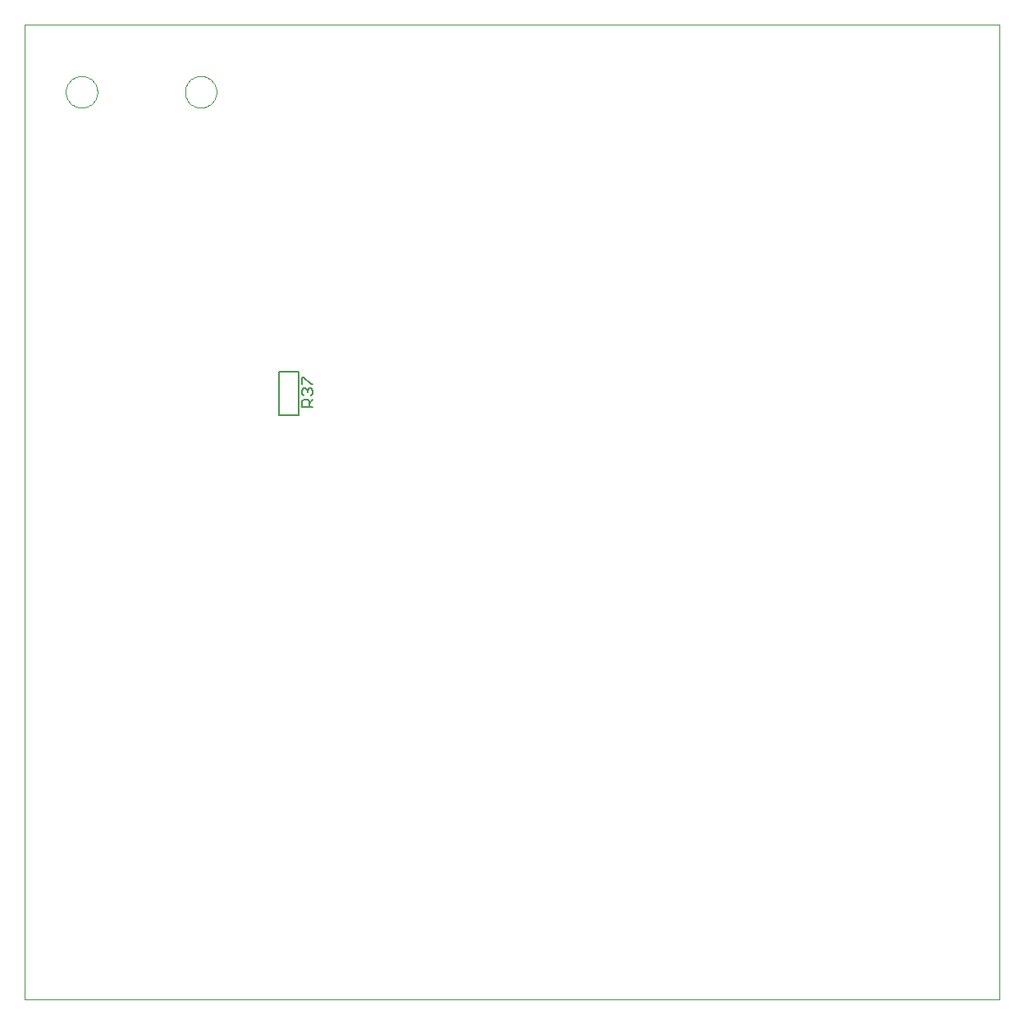
<source format=gbr>
G75*
G70*
%OFA0B0*%
%FSLAX24Y24*%
%IPPOS*%
%LPD*%
%AMOC8*
5,1,8,0,0,1.08239X$1,22.5*
%
%ADD10C,0.0000*%
%ADD11C,0.0050*%
%ADD12C,0.0060*%
D10*
X000104Y000107D02*
X000104Y039727D01*
X039724Y039727D01*
X039724Y000107D01*
X000104Y000107D01*
X001788Y036982D02*
X001790Y037032D01*
X001796Y037082D01*
X001806Y037131D01*
X001819Y037180D01*
X001837Y037227D01*
X001858Y037273D01*
X001882Y037316D01*
X001910Y037358D01*
X001941Y037398D01*
X001975Y037435D01*
X002012Y037469D01*
X002052Y037500D01*
X002094Y037528D01*
X002137Y037552D01*
X002183Y037573D01*
X002230Y037591D01*
X002279Y037604D01*
X002328Y037614D01*
X002378Y037620D01*
X002428Y037622D01*
X002478Y037620D01*
X002528Y037614D01*
X002577Y037604D01*
X002626Y037591D01*
X002673Y037573D01*
X002719Y037552D01*
X002762Y037528D01*
X002804Y037500D01*
X002844Y037469D01*
X002881Y037435D01*
X002915Y037398D01*
X002946Y037358D01*
X002974Y037316D01*
X002998Y037273D01*
X003019Y037227D01*
X003037Y037180D01*
X003050Y037131D01*
X003060Y037082D01*
X003066Y037032D01*
X003068Y036982D01*
X003066Y036932D01*
X003060Y036882D01*
X003050Y036833D01*
X003037Y036784D01*
X003019Y036737D01*
X002998Y036691D01*
X002974Y036648D01*
X002946Y036606D01*
X002915Y036566D01*
X002881Y036529D01*
X002844Y036495D01*
X002804Y036464D01*
X002762Y036436D01*
X002719Y036412D01*
X002673Y036391D01*
X002626Y036373D01*
X002577Y036360D01*
X002528Y036350D01*
X002478Y036344D01*
X002428Y036342D01*
X002378Y036344D01*
X002328Y036350D01*
X002279Y036360D01*
X002230Y036373D01*
X002183Y036391D01*
X002137Y036412D01*
X002094Y036436D01*
X002052Y036464D01*
X002012Y036495D01*
X001975Y036529D01*
X001941Y036566D01*
X001910Y036606D01*
X001882Y036648D01*
X001858Y036691D01*
X001837Y036737D01*
X001819Y036784D01*
X001806Y036833D01*
X001796Y036882D01*
X001790Y036932D01*
X001788Y036982D01*
X006631Y036982D02*
X006633Y037032D01*
X006639Y037082D01*
X006649Y037131D01*
X006662Y037180D01*
X006680Y037227D01*
X006701Y037273D01*
X006725Y037316D01*
X006753Y037358D01*
X006784Y037398D01*
X006818Y037435D01*
X006855Y037469D01*
X006895Y037500D01*
X006937Y037528D01*
X006980Y037552D01*
X007026Y037573D01*
X007073Y037591D01*
X007122Y037604D01*
X007171Y037614D01*
X007221Y037620D01*
X007271Y037622D01*
X007321Y037620D01*
X007371Y037614D01*
X007420Y037604D01*
X007469Y037591D01*
X007516Y037573D01*
X007562Y037552D01*
X007605Y037528D01*
X007647Y037500D01*
X007687Y037469D01*
X007724Y037435D01*
X007758Y037398D01*
X007789Y037358D01*
X007817Y037316D01*
X007841Y037273D01*
X007862Y037227D01*
X007880Y037180D01*
X007893Y037131D01*
X007903Y037082D01*
X007909Y037032D01*
X007911Y036982D01*
X007909Y036932D01*
X007903Y036882D01*
X007893Y036833D01*
X007880Y036784D01*
X007862Y036737D01*
X007841Y036691D01*
X007817Y036648D01*
X007789Y036606D01*
X007758Y036566D01*
X007724Y036529D01*
X007687Y036495D01*
X007647Y036464D01*
X007605Y036436D01*
X007562Y036412D01*
X007516Y036391D01*
X007469Y036373D01*
X007420Y036360D01*
X007371Y036350D01*
X007321Y036344D01*
X007271Y036342D01*
X007221Y036344D01*
X007171Y036350D01*
X007122Y036360D01*
X007073Y036373D01*
X007026Y036391D01*
X006980Y036412D01*
X006937Y036436D01*
X006895Y036464D01*
X006855Y036495D01*
X006818Y036529D01*
X006784Y036566D01*
X006753Y036606D01*
X006725Y036648D01*
X006701Y036691D01*
X006680Y036737D01*
X006662Y036784D01*
X006649Y036833D01*
X006639Y036882D01*
X006633Y036932D01*
X006631Y036982D01*
D11*
X010449Y025607D02*
X011249Y025607D01*
X011249Y023857D01*
X010449Y023857D01*
X010449Y025607D01*
D12*
X011379Y025395D02*
X011379Y025101D01*
X011452Y024935D02*
X011526Y024935D01*
X011599Y024861D01*
X011673Y024935D01*
X011746Y024935D01*
X011819Y024861D01*
X011819Y024714D01*
X011746Y024641D01*
X011819Y024474D02*
X011673Y024327D01*
X011673Y024401D02*
X011673Y024181D01*
X011819Y024181D02*
X011379Y024181D01*
X011379Y024401D01*
X011452Y024474D01*
X011599Y024474D01*
X011673Y024401D01*
X011452Y024641D02*
X011379Y024714D01*
X011379Y024861D01*
X011452Y024935D01*
X011599Y024861D02*
X011599Y024788D01*
X011746Y025101D02*
X011819Y025101D01*
X011746Y025101D02*
X011452Y025395D01*
X011379Y025395D01*
M02*

</source>
